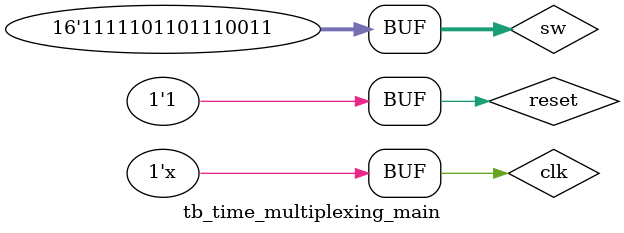
<source format=v>
`timescale 1ns / 1ps


module tb_time_multiplexing_main;

reg clk;
reg reset;
reg [15:0]sw;

wire [3:0]an;
wire [6:0]sseg;

time_multiplexing_main uut(.clk(clk), .reset(reset), .sw(sw), .an(an), .sseg(sseg));

initial
begin

clk = 0;
reset = 1;
sw = 0;

#15;

reset = 0;

sw[0] = 0;  //0

sw[6] = 1; //4

sw[11] = 1; //8

sw[14] = 1; //12
sw[15] = 1;

#40;

sw = 0;
sw[0] = 1;  //1

sw[4]=1;    // 5
sw[6]=1;

sw[8] = 1;  // 9
sw[11] = 1;

sw[12] = 1; //13
sw[14] = 1;
sw[15] = 1;

#40;

sw = 0;
sw[1] = 1;  //2

sw[5] =1;   // 6
sw[6] = 1;

sw[9] = 1;  // 10
sw[11] = 1;

sw[13] = 1; //14
sw[14] = 1;
sw[15] = 1;

#40;

sw = 0;
sw[0] = 1;  // 3
sw[1] = 1;

sw[4] = 1; // 7
sw[5] = 1;
sw[6] = 1;

sw[8] = 1;  //11
sw[9] = 1;
sw[11] = 1;

sw[12] = 1; // 15
sw[13] = 1;
sw[14] = 1;
sw[15] = 1;

#40;
reset = 1;

end

always
#5 clk = ~clk;


endmodule

</source>
